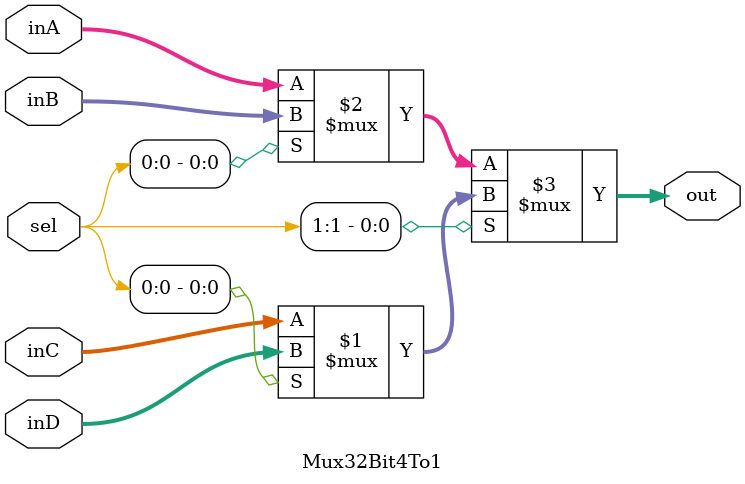
<source format=v>
`timescale 1ns / 1ps


module Mux32Bit4To1(out, inA, inB, inC, inD, sel);

    output [31:0] out;
    
    input [31:0] inA, inB, inC, inD;
    input [1:0] sel;
    
    // TRUTH TABLE //

    // Sel |  Out  //

    //  00  |  inA  //
    //  01  |  inB  //
    //  10  |  inC  //
    //  11  |  inD  //

    /*always @ (sel)
    begin
        case (sel)
        2'b00: out <= inA;
        2'b01: out <= inB;
        2'b10: out <= inC;
        2'b11: out <= inD;
        endcase
    end*/
    assign out = sel[1] ? (sel[0] ? inD : inC) : (sel[0] ? inB : inA);

endmodule

</source>
